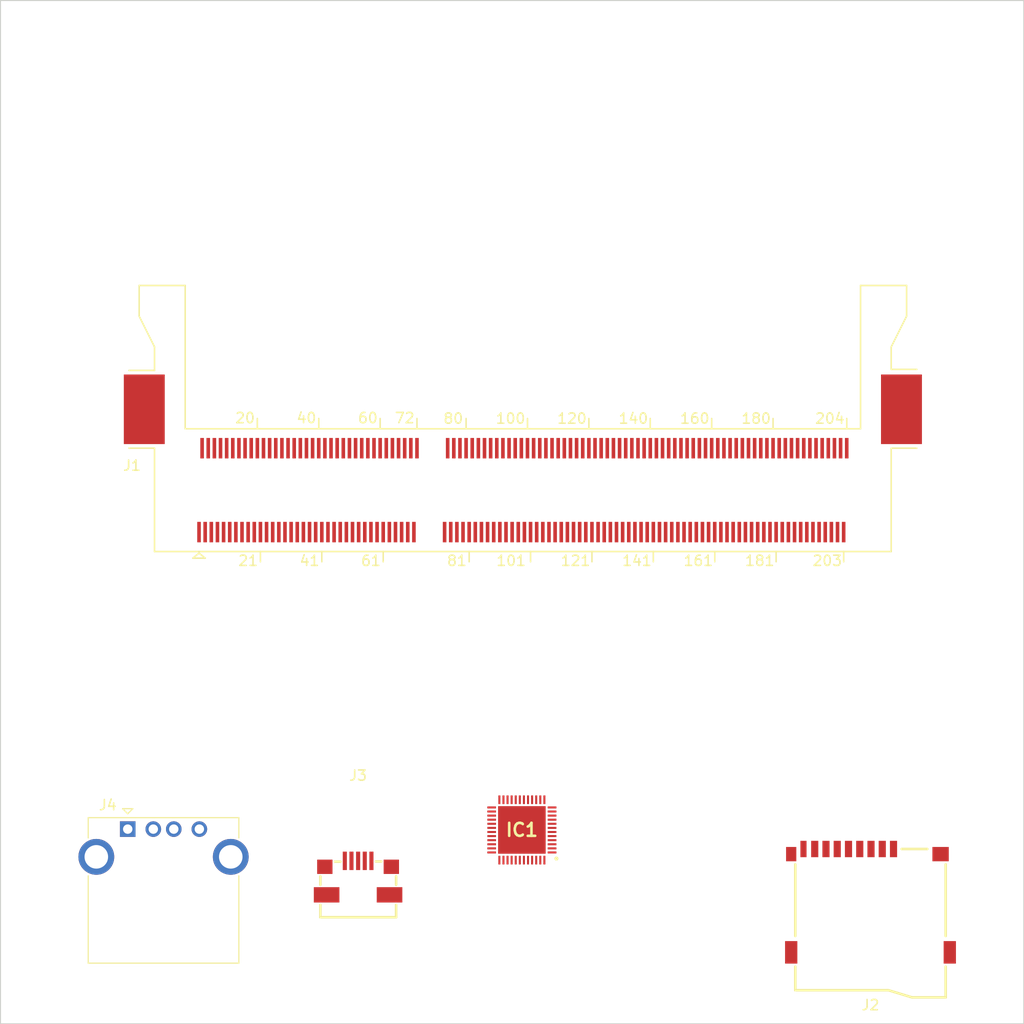
<source format=kicad_pcb>
(kicad_pcb (version 20171130) (host pcbnew "(5.1.10-1-10_14)")

  (general
    (thickness 1.6)
    (drawings 4)
    (tracks 0)
    (zones 0)
    (modules 5)
    (nets 169)
  )

  (page A4)
  (layers
    (0 F.Cu signal)
    (31 B.Cu signal)
    (32 B.Adhes user)
    (33 F.Adhes user)
    (34 B.Paste user)
    (35 F.Paste user)
    (36 B.SilkS user)
    (37 F.SilkS user)
    (38 B.Mask user)
    (39 F.Mask user)
    (40 Dwgs.User user)
    (41 Cmts.User user)
    (42 Eco1.User user)
    (43 Eco2.User user)
    (44 Edge.Cuts user)
    (45 Margin user)
    (46 B.CrtYd user)
    (47 F.CrtYd user)
    (48 B.Fab user)
    (49 F.Fab user)
  )

  (setup
    (last_trace_width 0.25)
    (user_trace_width 0.2)
    (user_trace_width 0.85)
    (trace_clearance 0.2)
    (zone_clearance 0.508)
    (zone_45_only no)
    (trace_min 0.2)
    (via_size 0.8)
    (via_drill 0.4)
    (via_min_size 0.4)
    (via_min_drill 0.3)
    (uvia_size 0.3)
    (uvia_drill 0.1)
    (uvias_allowed no)
    (uvia_min_size 0.2)
    (uvia_min_drill 0.1)
    (edge_width 0.05)
    (segment_width 0.2)
    (pcb_text_width 0.3)
    (pcb_text_size 1.5 1.5)
    (mod_edge_width 0.12)
    (mod_text_size 1 1)
    (mod_text_width 0.15)
    (pad_size 1.524 1.524)
    (pad_drill 0.762)
    (pad_to_mask_clearance 0)
    (aux_axis_origin 0 0)
    (visible_elements FFFFFF7F)
    (pcbplotparams
      (layerselection 0x010fc_ffffffff)
      (usegerberextensions false)
      (usegerberattributes true)
      (usegerberadvancedattributes true)
      (creategerberjobfile true)
      (excludeedgelayer true)
      (linewidth 0.100000)
      (plotframeref false)
      (viasonmask false)
      (mode 1)
      (useauxorigin false)
      (hpglpennumber 1)
      (hpglpenspeed 20)
      (hpglpendiameter 15.000000)
      (psnegative false)
      (psa4output false)
      (plotreference true)
      (plotvalue true)
      (plotinvisibletext false)
      (padsonsilk false)
      (subtractmaskfromsilk false)
      (outputformat 1)
      (mirror false)
      (drillshape 1)
      (scaleselection 1)
      (outputdirectory ""))
  )

  (net 0 "")
  (net 1 "Net-(J1-Pad187)")
  (net 2 VCC)
  (net 3 GND)
  (net 4 AIN0)
  (net 5 AIN2)
  (net 6 AIN3)
  (net 7 AIN1)
  (net 8 AIN6)
  (net 9 AIN5)
  (net 10 AIN4)
  (net 11 AIN7)
  (net 12 TMS)
  (net 13 MCASP0_AHCLKR)
  (net 14 MCASP0_AXR0)
  (net 15 MCASP0_FSR)
  (net 16 MCASP0_AXR1)
  (net 17 EMU0)
  (net 18 XDMA_EVENT_INTR1)
  (net 19 SPI0_CS1)
  (net 20 I2C0_SCL)
  (net 21 UART1_TXD)
  (net 22 UART1_RXD)
  (net 23 UART0_RXD)
  (net 24 UART0_TXD)
  (net 25 USB1_DRVVBUS)
  (net 26 USB0_DRVVBUS)
  (net 27 MMC0_DAT1)
  (net 28 MMC0_CLK)
  (net 29 MMC0_DAT0)
  (net 30 MII1_RX_ER)
  (net 31 MII1_COL)
  (net 32 MII1_TXD0)
  (net 33 MII1_TXD1)
  (net 34 MII1_CRS)
  (net 35 MII1_TXD2)
  (net 36 MII1_RXD1)
  (net 37 MII1_RXD2)
  (net 38 MII1_RXD0)
  (net 39 MDC)
  (net 40 MDIO)
  (net 41 USB0_CE)
  (net 42 USB0_ID)
  (net 43 USB0_VBUS)
  (net 44 USB1_VBUS)
  (net 45 GPMC_BEn1)
  (net 46 GPMC_A10)
  (net 47 GPMC_A7)
  (net 48 GPMC_A1)
  (net 49 GPMC_A3)
  (net 50 GPMC_A0)
  (net 51 GPMC_AD12)
  (net 52 GPMC_AD13)
  (net 53 GPMC_AD10)
  (net 54 GPMC_AD9)
  (net 55 GPMC_AD8)
  (net 56 LCD_DATA15)
  (net 57 LCD_HSYNC)
  (net 58 LCD_DATA7)
  (net 59 LCD_DATA3)
  (net 60 LCD_DATA6)
  (net 61 LCD_DATA2)
  (net 62 LCD_DATA5)
  (net 63 LCD_DATA8)
  (net 64 VREFP)
  (net 65 VDDS_RTC)
  (net 66 EXT_WAKEUP)
  (net 67 RTC_PWRONRSTn)
  (net 68 PMIC_POWER_EN)
  (net 69 WARMRSTn)
  (net 70 TRSTn)
  (net 71 TDO)
  (net 72 TDI)
  (net 73 TCK)
  (net 74 MCASP0_ACLKR)
  (net 75 MCASP0_ACLKX)
  (net 76 MCASP0_FSX)
  (net 77 MCASP0_AHCLKX)
  (net 78 EMU1)
  (net 79 SPI0_CS0)
  (net 80 SPI0_D1)
  (net 81 SPI0_SCLK)
  (net 82 SPI0_D0)
  (net 83 I2C0_SDA)
  (net 84 EXTINTn)
  (net 85 ECAP0_IN_PWM0_OUT)
  (net 86 UART1_RTSn)
  (net 87 UART1_CTSn)
  (net 88 UART0_RTSn)
  (net 89 MMC0_DAT3)
  (net 90 MMC0_DAT2)
  (net 91 MMC0_CMD)
  (net 92 RMII1_REF_CLK)
  (net 93 MII1_TX_EN)
  (net 94 MII1_TXD3)
  (net 95 MII1_TX_CLK)
  (net 96 MII1_RX_DV)
  (net 97 MII1_RX_CLK)
  (net 98 MII1_RXD3)
  (net 99 USB0_DM)
  (net 100 USB0_DP)
  (net 101 USB1_CE)
  (net 102 USB1_ID)
  (net 103 USB1_DM)
  (net 104 USB1_DP)
  (net 105 GPMC_A11)
  (net 106 GPMC_A9)
  (net 107 GPMC_A8)
  (net 108 GPMC_A6)
  (net 109 GPMC_A5)
  (net 110 GPMC_A2)
  (net 111 GPMC_AD15)
  (net 112 GPMC_AD14)
  (net 113 GPMC_AD11)
  (net 114 GPMC_CLK)
  (net 115 LCD_DATA9)
  (net 116 LCD_DATA12)
  (net 117 LCD_DATA10)
  (net 118 LCD_DATA13)
  (net 119 LCD_DATA11)
  (net 120 LCD_DATA14)
  (net 121 LCD_VSYNC)
  (net 122 LCD_PCLK)
  (net 123 LCD_DATA1)
  (net 124 LCD_DATA0)
  (net 125 LCD_DATA4)
  (net 126 "Net-(IC1-Pad49)")
  (net 127 "Net-(IC1-Pad48)")
  (net 128 "Net-(IC1-Pad47)")
  (net 129 "Net-(IC1-Pad46)")
  (net 130 "Net-(IC1-Pad45)")
  (net 131 "Net-(IC1-Pad44)")
  (net 132 "Net-(IC1-Pad43)")
  (net 133 "Net-(IC1-Pad42)")
  (net 134 "Net-(IC1-Pad41)")
  (net 135 "Net-(IC1-Pad40)")
  (net 136 "Net-(IC1-Pad39)")
  (net 137 "Net-(IC1-Pad38)")
  (net 138 "Net-(IC1-Pad37)")
  (net 139 "Net-(IC1-Pad36)")
  (net 140 "Net-(IC1-Pad35)")
  (net 141 "Net-(IC1-Pad34)")
  (net 142 "Net-(IC1-Pad33)")
  (net 143 "Net-(IC1-Pad32)")
  (net 144 "Net-(IC1-Pad31)")
  (net 145 "Net-(IC1-Pad30)")
  (net 146 "Net-(IC1-Pad29)")
  (net 147 "Net-(IC1-Pad28)")
  (net 148 "Net-(IC1-Pad21)")
  (net 149 "Net-(IC1-Pad20)")
  (net 150 "Net-(IC1-Pad19)")
  (net 151 "Net-(IC1-Pad15)")
  (net 152 "Net-(IC1-Pad12)")
  (net 153 "Net-(IC1-Pad11)")
  (net 154 "Net-(IC1-Pad10)")
  (net 155 "Net-(IC1-Pad9)")
  (net 156 "Net-(IC1-Pad8)")
  (net 157 "Net-(IC1-Pad7)")
  (net 158 "Net-(IC1-Pad6)")
  (net 159 "Net-(IC1-Pad5)")
  (net 160 "Net-(IC1-Pad4)")
  (net 161 "Net-(IC1-Pad3)")
  (net 162 "Net-(IC1-Pad2)")
  (net 163 "Net-(IC1-Pad1)")
  (net 164 GPMC_A4)
  (net 165 LCD_AC_BIAS_EN)
  (net 166 "Net-(J2-Pad4)")
  (net 167 "Net-(J3-Pad1)")
  (net 168 "Net-(J4-Pad1)")

  (net_class Default "This is the default net class."
    (clearance 0.2)
    (trace_width 0.25)
    (via_dia 0.8)
    (via_drill 0.4)
    (uvia_dia 0.3)
    (uvia_drill 0.1)
    (add_net AIN0)
    (add_net AIN1)
    (add_net AIN2)
    (add_net AIN3)
    (add_net AIN4)
    (add_net AIN5)
    (add_net AIN6)
    (add_net AIN7)
    (add_net ECAP0_IN_PWM0_OUT)
    (add_net EMU0)
    (add_net EMU1)
    (add_net EXTINTn)
    (add_net EXT_WAKEUP)
    (add_net GND)
    (add_net GPMC_A0)
    (add_net GPMC_A1)
    (add_net GPMC_A10)
    (add_net GPMC_A11)
    (add_net GPMC_A2)
    (add_net GPMC_A3)
    (add_net GPMC_A4)
    (add_net GPMC_A5)
    (add_net GPMC_A6)
    (add_net GPMC_A7)
    (add_net GPMC_A8)
    (add_net GPMC_A9)
    (add_net GPMC_AD10)
    (add_net GPMC_AD11)
    (add_net GPMC_AD12)
    (add_net GPMC_AD13)
    (add_net GPMC_AD14)
    (add_net GPMC_AD15)
    (add_net GPMC_AD8)
    (add_net GPMC_AD9)
    (add_net GPMC_BEn1)
    (add_net GPMC_CLK)
    (add_net I2C0_SCL)
    (add_net I2C0_SDA)
    (add_net LCD_AC_BIAS_EN)
    (add_net LCD_DATA0)
    (add_net LCD_DATA1)
    (add_net LCD_DATA10)
    (add_net LCD_DATA11)
    (add_net LCD_DATA12)
    (add_net LCD_DATA13)
    (add_net LCD_DATA14)
    (add_net LCD_DATA15)
    (add_net LCD_DATA2)
    (add_net LCD_DATA3)
    (add_net LCD_DATA4)
    (add_net LCD_DATA5)
    (add_net LCD_DATA6)
    (add_net LCD_DATA7)
    (add_net LCD_DATA8)
    (add_net LCD_DATA9)
    (add_net LCD_HSYNC)
    (add_net LCD_PCLK)
    (add_net LCD_VSYNC)
    (add_net MCASP0_ACLKR)
    (add_net MCASP0_ACLKX)
    (add_net MCASP0_AHCLKR)
    (add_net MCASP0_AHCLKX)
    (add_net MCASP0_AXR0)
    (add_net MCASP0_AXR1)
    (add_net MCASP0_FSR)
    (add_net MCASP0_FSX)
    (add_net MDC)
    (add_net MDIO)
    (add_net MII1_COL)
    (add_net MII1_CRS)
    (add_net MII1_RXD0)
    (add_net MII1_RXD1)
    (add_net MII1_RXD2)
    (add_net MII1_RXD3)
    (add_net MII1_RX_CLK)
    (add_net MII1_RX_DV)
    (add_net MII1_RX_ER)
    (add_net MII1_TXD0)
    (add_net MII1_TXD1)
    (add_net MII1_TXD2)
    (add_net MII1_TXD3)
    (add_net MII1_TX_CLK)
    (add_net MII1_TX_EN)
    (add_net MMC0_CLK)
    (add_net MMC0_CMD)
    (add_net MMC0_DAT0)
    (add_net MMC0_DAT1)
    (add_net MMC0_DAT2)
    (add_net MMC0_DAT3)
    (add_net "Net-(IC1-Pad1)")
    (add_net "Net-(IC1-Pad10)")
    (add_net "Net-(IC1-Pad11)")
    (add_net "Net-(IC1-Pad12)")
    (add_net "Net-(IC1-Pad15)")
    (add_net "Net-(IC1-Pad19)")
    (add_net "Net-(IC1-Pad2)")
    (add_net "Net-(IC1-Pad20)")
    (add_net "Net-(IC1-Pad21)")
    (add_net "Net-(IC1-Pad28)")
    (add_net "Net-(IC1-Pad29)")
    (add_net "Net-(IC1-Pad3)")
    (add_net "Net-(IC1-Pad30)")
    (add_net "Net-(IC1-Pad31)")
    (add_net "Net-(IC1-Pad32)")
    (add_net "Net-(IC1-Pad33)")
    (add_net "Net-(IC1-Pad34)")
    (add_net "Net-(IC1-Pad35)")
    (add_net "Net-(IC1-Pad36)")
    (add_net "Net-(IC1-Pad37)")
    (add_net "Net-(IC1-Pad38)")
    (add_net "Net-(IC1-Pad39)")
    (add_net "Net-(IC1-Pad4)")
    (add_net "Net-(IC1-Pad40)")
    (add_net "Net-(IC1-Pad41)")
    (add_net "Net-(IC1-Pad42)")
    (add_net "Net-(IC1-Pad43)")
    (add_net "Net-(IC1-Pad44)")
    (add_net "Net-(IC1-Pad45)")
    (add_net "Net-(IC1-Pad46)")
    (add_net "Net-(IC1-Pad47)")
    (add_net "Net-(IC1-Pad48)")
    (add_net "Net-(IC1-Pad49)")
    (add_net "Net-(IC1-Pad5)")
    (add_net "Net-(IC1-Pad6)")
    (add_net "Net-(IC1-Pad7)")
    (add_net "Net-(IC1-Pad8)")
    (add_net "Net-(IC1-Pad9)")
    (add_net "Net-(J1-Pad187)")
    (add_net "Net-(J2-Pad4)")
    (add_net "Net-(J3-Pad1)")
    (add_net "Net-(J4-Pad1)")
    (add_net PMIC_POWER_EN)
    (add_net RMII1_REF_CLK)
    (add_net RTC_PWRONRSTn)
    (add_net SPI0_CS0)
    (add_net SPI0_CS1)
    (add_net SPI0_D0)
    (add_net SPI0_D1)
    (add_net SPI0_SCLK)
    (add_net TCK)
    (add_net TDI)
    (add_net TDO)
    (add_net TMS)
    (add_net TRSTn)
    (add_net UART0_RTSn)
    (add_net UART0_RXD)
    (add_net UART0_TXD)
    (add_net UART1_CTSn)
    (add_net UART1_RTSn)
    (add_net UART1_RXD)
    (add_net UART1_TXD)
    (add_net USB0_CE)
    (add_net USB0_DM)
    (add_net USB0_DP)
    (add_net USB0_DRVVBUS)
    (add_net USB0_ID)
    (add_net USB0_VBUS)
    (add_net USB1_CE)
    (add_net USB1_DM)
    (add_net USB1_DP)
    (add_net USB1_DRVVBUS)
    (add_net USB1_ID)
    (add_net USB1_VBUS)
    (add_net VCC)
    (add_net VDDS_RTC)
    (add_net VREFP)
    (add_net WARMRSTn)
    (add_net XDMA_EVENT_INTR1)
  )

  (module Connector_USB:USB_A_CONNFLY_DS1095-WNR0 (layer F.Cu) (tedit 5E39FFBD) (tstamp 60B31289)
    (at 112.4331 130.98018)
    (descr http://www.connfly.com/userfiles/image/UpLoadFile/File/2013/5/6/DS1095.pdf)
    (tags "USB-A receptacle horizontal through-hole")
    (path /60B42247/60B4C18D)
    (fp_text reference J4 (at -1.95 -2.35) (layer F.SilkS)
      (effects (font (size 1 1) (thickness 0.15)))
    )
    (fp_text value USB_A (at 3.5 7) (layer F.Fab)
      (effects (font (size 1 1) (thickness 0.15)))
    )
    (fp_line (start 0.5 -2) (end -0.5 -2) (layer F.SilkS) (width 0.12))
    (fp_line (start 0 -1.5) (end 0.5 -2) (layer F.SilkS) (width 0.12))
    (fp_line (start -0.5 -2) (end 0 -1.5) (layer F.SilkS) (width 0.12))
    (fp_line (start 10.86 0.86) (end 10.86 -1.12) (layer F.SilkS) (width 0.12))
    (fp_line (start -3.86 -1.12) (end -3.86 0.86) (layer F.SilkS) (width 0.12))
    (fp_line (start -3.86 -1.12) (end 10.86 -1.12) (layer F.SilkS) (width 0.12))
    (fp_line (start 10.86 4.56) (end 10.86 13.1) (layer F.SilkS) (width 0.12))
    (fp_line (start -3.86 13.1) (end 10.86 13.1) (layer F.SilkS) (width 0.12))
    (fp_line (start -3.86 4.56) (end -3.86 13.1) (layer F.SilkS) (width 0.12))
    (fp_line (start -5.32 -1.51) (end 12.32 -1.51) (layer F.CrtYd) (width 0.05))
    (fp_line (start 12.32 -1.51) (end 12.32 13.49) (layer F.CrtYd) (width 0.05))
    (fp_line (start 12.32 13.49) (end -5.32 13.49) (layer F.CrtYd) (width 0.05))
    (fp_line (start -5.32 -1.51) (end -5.32 13.49) (layer F.CrtYd) (width 0.05))
    (fp_line (start -2.87 -1.01) (end -3.75 -0.13) (layer F.Fab) (width 0.1))
    (fp_line (start -3.75 12.99) (end 10.75 12.99) (layer F.Fab) (width 0.1))
    (fp_line (start -2.87 -1.01) (end 10.75 -1.01) (layer F.Fab) (width 0.1))
    (fp_line (start 10.75 -1.01) (end 10.75 12.99) (layer F.Fab) (width 0.1))
    (fp_line (start -3.75 -0.13) (end -3.75 12.99) (layer F.Fab) (width 0.1))
    (fp_text user %R (at 3.5 5) (layer F.Fab)
      (effects (font (size 1 1) (thickness 0.15)))
    )
    (pad 4 thru_hole circle (at 7 0) (size 1.524 1.524) (drill 0.92) (layers *.Cu *.Mask)
      (net 3 GND))
    (pad 3 thru_hole circle (at 4.5 0) (size 1.524 1.524) (drill 0.92) (layers *.Cu *.Mask)
      (net 104 USB1_DP))
    (pad 2 thru_hole circle (at 2.5 0) (size 1.524 1.524) (drill 0.92) (layers *.Cu *.Mask)
      (net 103 USB1_DM))
    (pad 1 thru_hole rect (at 0 0) (size 1.524 1.524) (drill 0.92) (layers *.Cu *.Mask)
      (net 168 "Net-(J4-Pad1)"))
    (pad 5 thru_hole circle (at -3.07 2.71) (size 3.5 3.5) (drill 2.3) (layers *.Cu *.Mask)
      (net 3 GND))
    (pad 5 thru_hole circle (at 10.07 2.71) (size 3.5 3.5) (drill 2.3) (layers *.Cu *.Mask)
      (net 3 GND))
    (model ${KISYS3DMOD}/Connector_USB.3dshapes/USB_A_CONNFLY_DS1095-WNR0.wrl
      (at (xyz 0 0 0))
      (scale (xyz 1 1 1))
      (rotate (xyz 0 0 0))
    )
  )

  (module mybays_connector:MICRO-USB_MICRO-USB-17 (layer F.Cu) (tedit 600B1662) (tstamp 60B3126C)
    (at 134.94512 135.74268 180)
    (path /60B42247/60B52A08)
    (fp_text reference J3 (at 0 10) (layer F.SilkS)
      (effects (font (size 1 1) (thickness 0.15)))
    )
    (fp_text value microusb (at 0 0) (layer F.Fab)
      (effects (font (size 1 1) (thickness 0.15)))
    )
    (fp_line (start 3.685032 -0.679323) (end 3.685032 0.149225) (layer F.SilkS) (width 0.254))
    (fp_line (start 3.685032 -3.850005) (end 3.685032 -2.641727) (layer F.SilkS) (width 0.254))
    (fp_line (start 1.727556 1.580007) (end 2.268855 1.580007) (layer F.SilkS) (width 0.254))
    (fp_line (start -2.268855 1.599565) (end -1.735684 1.599565) (layer F.SilkS) (width 0.254))
    (fp_line (start -3.715004 -0.679323) (end -3.715004 0.149225) (layer F.SilkS) (width 0.254))
    (fp_line (start -3.715004 -3.850005) (end -3.715004 -2.641727) (layer F.SilkS) (width 0.254))
    (fp_line (start -3.715004 -3.850005) (end 3.685032 -3.850005) (layer F.SilkS) (width 0.254))
    (pad 0 smd rect (at 3.24993 1.080516 180) (size 1.499997 1.400048) (layers F.Cu F.Paste F.Mask)
      (net 3 GND))
    (pad 0 smd rect (at -3.24993 1.080516 180) (size 1.499997 1.400048) (layers F.Cu F.Paste F.Mask)
      (net 3 GND))
    (pad 0 smd rect (at 3.074922 -1.660398) (size 2.5 1.499997) (layers F.Cu F.Paste F.Mask)
      (net 3 GND))
    (pad 0 smd rect (at -3.074922 -1.660398 90) (size 1.499997 2.5) (layers F.Cu F.Paste F.Mask)
      (net 3 GND))
    (pad 1 smd rect (at 1.296416 1.660652 270) (size 1.799996 0.399999) (layers F.Cu F.Paste F.Mask)
      (net 167 "Net-(J3-Pad1)"))
    (pad 2 smd rect (at 0.646176 1.660652 270) (size 1.799996 0.399999) (layers F.Cu F.Paste F.Mask)
      (net 99 USB0_DM))
    (pad 3 smd rect (at -0.004064 1.660652 270) (size 1.799996 0.399999) (layers F.Cu F.Paste F.Mask)
      (net 100 USB0_DP))
    (pad 4 smd rect (at -0.654304 1.660652 270) (size 1.799996 0.399999) (layers F.Cu F.Paste F.Mask)
      (net 42 USB0_ID))
    (pad 5 smd rect (at -1.304544 1.660652 270) (size 1.799996 0.399999) (layers F.Cu F.Paste F.Mask)
      (net 3 GND))
    (pad "" np_thru_hole circle (at 1.9939 0.999236 180) (size 0.700024 0.700024) (drill 0.700024) (layers *.Cu *.Mask))
    (pad "" np_thru_hole circle (at -2.00406 0.999236 180) (size 0.700024 0.700024) (drill 0.700024) (layers *.Cu *.Mask))
  )

  (module mybays_connector:TFCARD (layer F.Cu) (tedit 600CFF9D) (tstamp 60B305B2)
    (at 185.02376 138.17346)
    (path /60B42247/60B42B2A)
    (fp_text reference J2 (at 0 10) (layer F.SilkS)
      (effects (font (size 1 1) (thickness 0.15)))
    )
    (fp_text value Micro_SD_Card (at 0 0) (layer F.Fab)
      (effects (font (size 1 1) (thickness 0.15)))
    )
    (fp_line (start -7.349998 3.24993) (end -7.349998 -3.750056) (layer F.SilkS) (width 0.254))
    (fp_line (start 7.349998 9.249918) (end 7.349998 6.249924) (layer F.SilkS) (width 0.254))
    (fp_line (start 4.05003 9.249918) (end 7.349998 9.249918) (layer F.SilkS) (width 0.254))
    (fp_line (start 1.75006 8.549894) (end 4.05003 9.249918) (layer F.SilkS) (width 0.254))
    (fp_line (start -7.349998 8.549894) (end 1.75006 8.549894) (layer F.SilkS) (width 0.254))
    (fp_line (start -7.349998 6.249924) (end -7.349998 8.549894) (layer F.SilkS) (width 0.254))
    (fp_line (start 7.349998 3.24993) (end 7.349998 -3.750056) (layer F.SilkS) (width 0.254))
    (fp_line (start 3.050032 -5.249926) (end 5.5499 -5.249926) (layer F.SilkS) (width 0.254))
    (pad 15 np_thru_hole circle (at -4.949952 5.249926) (size 0.94996 0.94996) (drill oval 0.94996) (layers *.Cu *.Mask))
    (pad 14 np_thru_hole circle (at 3.050032 5.249926) (size 0.94996 0.94996) (drill oval 0.94996) (layers *.Cu *.Mask))
    (pad 0 smd rect (at 6.850126 -4.750054) (size 1.599946 1.400048) (layers F.Cu F.Paste F.Mask))
    (pad 0 smd rect (at 7.750048 4.849876 90) (size 2.199894 1.199896) (layers F.Cu F.Paste F.Mask))
    (pad 0 smd rect (at -7.750048 4.849876 90) (size 2.199894 1.199896) (layers F.Cu F.Paste F.Mask))
    (pad 0 smd rect (at -7.750048 -4.750054 90) (size 1.400048 0.999998) (layers F.Cu F.Paste F.Mask))
    (pad 9 smd rect (at -6.549898 -5.249926 90) (size 1.599946 0.599948) (layers F.Cu F.Paste F.Mask)
      (net 3 GND))
    (pad 8 smd rect (at -5.450078 -5.249926 90) (size 1.599946 0.700024) (layers F.Cu F.Paste F.Mask)
      (net 27 MMC0_DAT1))
    (pad 7 smd rect (at -4.350004 -5.249926 90) (size 1.599946 0.700024) (layers F.Cu F.Paste F.Mask)
      (net 29 MMC0_DAT0))
    (pad 6 smd rect (at -3.24993 -5.249926 90) (size 1.599946 0.700024) (layers F.Cu F.Paste F.Mask)
      (net 3 GND))
    (pad 5 smd rect (at -2.15011 -5.249926 90) (size 1.599946 0.700024) (layers F.Cu F.Paste F.Mask)
      (net 28 MMC0_CLK))
    (pad 4 smd rect (at -1.050036 -5.249926 90) (size 1.599946 0.700024) (layers F.Cu F.Paste F.Mask)
      (net 166 "Net-(J2-Pad4)"))
    (pad 3 smd rect (at 0.050038 -5.249926 90) (size 1.599946 0.700024) (layers F.Cu F.Paste F.Mask)
      (net 91 MMC0_CMD))
    (pad 2 smd rect (at 1.150112 -5.249926 90) (size 1.599946 0.700024) (layers F.Cu F.Paste F.Mask)
      (net 89 MMC0_DAT3))
    (pad 1 smd rect (at 2.249932 -5.249926 90) (size 1.599946 0.700024) (layers F.Cu F.Paste F.Mask)
      (net 90 MMC0_DAT2))
  )

  (module mybays:QFN40P600X600X100-49N (layer F.Cu) (tedit 0) (tstamp 60ABC526)
    (at 150.95296 131.0604 180)
    (descr G3VM-61B1)
    (tags "Integrated Circuit")
    (path /60ABBC64/60AC58E6)
    (attr smd)
    (fp_text reference IC1 (at 0 0) (layer F.SilkS)
      (effects (font (size 1.27 1.27) (thickness 0.254)))
    )
    (fp_text value RTL8211E-VB-CG (at 0 0) (layer F.SilkS) hide
      (effects (font (size 1.27 1.27) (thickness 0.254)))
    )
    (fp_line (start -3.625 -3.625) (end 3.625 -3.625) (layer F.CrtYd) (width 0.05))
    (fp_line (start 3.625 -3.625) (end 3.625 3.625) (layer F.CrtYd) (width 0.05))
    (fp_line (start 3.625 3.625) (end -3.625 3.625) (layer F.CrtYd) (width 0.05))
    (fp_line (start -3.625 3.625) (end -3.625 -3.625) (layer F.CrtYd) (width 0.05))
    (fp_line (start -3 -3) (end 3 -3) (layer F.Fab) (width 0.1))
    (fp_line (start 3 -3) (end 3 3) (layer F.Fab) (width 0.1))
    (fp_line (start 3 3) (end -3 3) (layer F.Fab) (width 0.1))
    (fp_line (start -3 3) (end -3 -3) (layer F.Fab) (width 0.1))
    (fp_line (start -3 -2.6) (end -2.6 -3) (layer F.Fab) (width 0.1))
    (fp_circle (center -3.375 -2.8) (end -3.375 -2.7) (layer F.SilkS) (width 0.2))
    (fp_text user %R (at 0 0) (layer F.Fab)
      (effects (font (size 1.27 1.27) (thickness 0.254)))
    )
    (pad 49 smd rect (at 0 0 180) (size 4.65 4.65) (layers F.Cu F.Paste F.Mask)
      (net 126 "Net-(IC1-Pad49)"))
    (pad 48 smd rect (at -2.2 -2.95 180) (size 0.2 0.85) (layers F.Cu F.Paste F.Mask)
      (net 127 "Net-(IC1-Pad48)"))
    (pad 47 smd rect (at -1.8 -2.95 180) (size 0.2 0.85) (layers F.Cu F.Paste F.Mask)
      (net 128 "Net-(IC1-Pad47)"))
    (pad 46 smd rect (at -1.4 -2.95 180) (size 0.2 0.85) (layers F.Cu F.Paste F.Mask)
      (net 129 "Net-(IC1-Pad46)"))
    (pad 45 smd rect (at -1 -2.95 180) (size 0.2 0.85) (layers F.Cu F.Paste F.Mask)
      (net 130 "Net-(IC1-Pad45)"))
    (pad 44 smd rect (at -0.6 -2.95 180) (size 0.2 0.85) (layers F.Cu F.Paste F.Mask)
      (net 131 "Net-(IC1-Pad44)"))
    (pad 43 smd rect (at -0.2 -2.95 180) (size 0.2 0.85) (layers F.Cu F.Paste F.Mask)
      (net 132 "Net-(IC1-Pad43)"))
    (pad 42 smd rect (at 0.2 -2.95 180) (size 0.2 0.85) (layers F.Cu F.Paste F.Mask)
      (net 133 "Net-(IC1-Pad42)"))
    (pad 41 smd rect (at 0.6 -2.95 180) (size 0.2 0.85) (layers F.Cu F.Paste F.Mask)
      (net 134 "Net-(IC1-Pad41)"))
    (pad 40 smd rect (at 1 -2.95 180) (size 0.2 0.85) (layers F.Cu F.Paste F.Mask)
      (net 135 "Net-(IC1-Pad40)"))
    (pad 39 smd rect (at 1.4 -2.95 180) (size 0.2 0.85) (layers F.Cu F.Paste F.Mask)
      (net 136 "Net-(IC1-Pad39)"))
    (pad 38 smd rect (at 1.8 -2.95 180) (size 0.2 0.85) (layers F.Cu F.Paste F.Mask)
      (net 137 "Net-(IC1-Pad38)"))
    (pad 37 smd rect (at 2.2 -2.95 180) (size 0.2 0.85) (layers F.Cu F.Paste F.Mask)
      (net 138 "Net-(IC1-Pad37)"))
    (pad 36 smd rect (at 2.95 -2.2 270) (size 0.2 0.85) (layers F.Cu F.Paste F.Mask)
      (net 139 "Net-(IC1-Pad36)"))
    (pad 35 smd rect (at 2.95 -1.8 270) (size 0.2 0.85) (layers F.Cu F.Paste F.Mask)
      (net 140 "Net-(IC1-Pad35)"))
    (pad 34 smd rect (at 2.95 -1.4 270) (size 0.2 0.85) (layers F.Cu F.Paste F.Mask)
      (net 141 "Net-(IC1-Pad34)"))
    (pad 33 smd rect (at 2.95 -1 270) (size 0.2 0.85) (layers F.Cu F.Paste F.Mask)
      (net 142 "Net-(IC1-Pad33)"))
    (pad 32 smd rect (at 2.95 -0.6 270) (size 0.2 0.85) (layers F.Cu F.Paste F.Mask)
      (net 143 "Net-(IC1-Pad32)"))
    (pad 31 smd rect (at 2.95 -0.2 270) (size 0.2 0.85) (layers F.Cu F.Paste F.Mask)
      (net 144 "Net-(IC1-Pad31)"))
    (pad 30 smd rect (at 2.95 0.2 270) (size 0.2 0.85) (layers F.Cu F.Paste F.Mask)
      (net 145 "Net-(IC1-Pad30)"))
    (pad 29 smd rect (at 2.95 0.6 270) (size 0.2 0.85) (layers F.Cu F.Paste F.Mask)
      (net 146 "Net-(IC1-Pad29)"))
    (pad 28 smd rect (at 2.95 1 270) (size 0.2 0.85) (layers F.Cu F.Paste F.Mask)
      (net 147 "Net-(IC1-Pad28)"))
    (pad 27 smd rect (at 2.95 1.4 270) (size 0.2 0.85) (layers F.Cu F.Paste F.Mask)
      (net 96 MII1_RX_DV))
    (pad 26 smd rect (at 2.95 1.8 270) (size 0.2 0.85) (layers F.Cu F.Paste F.Mask)
      (net 98 MII1_RXD3))
    (pad 25 smd rect (at 2.95 2.2 270) (size 0.2 0.85) (layers F.Cu F.Paste F.Mask)
      (net 37 MII1_RXD2))
    (pad 24 smd rect (at 2.2 2.95 180) (size 0.2 0.85) (layers F.Cu F.Paste F.Mask)
      (net 36 MII1_RXD1))
    (pad 23 smd rect (at 1.8 2.95 180) (size 0.2 0.85) (layers F.Cu F.Paste F.Mask)
      (net 38 MII1_RXD0))
    (pad 22 smd rect (at 1.4 2.95 180) (size 0.2 0.85) (layers F.Cu F.Paste F.Mask)
      (net 95 MII1_TX_CLK))
    (pad 21 smd rect (at 1 2.95 180) (size 0.2 0.85) (layers F.Cu F.Paste F.Mask)
      (net 148 "Net-(IC1-Pad21)"))
    (pad 20 smd rect (at 0.6 2.95 180) (size 0.2 0.85) (layers F.Cu F.Paste F.Mask)
      (net 149 "Net-(IC1-Pad20)"))
    (pad 19 smd rect (at 0.2 2.95 180) (size 0.2 0.85) (layers F.Cu F.Paste F.Mask)
      (net 150 "Net-(IC1-Pad19)"))
    (pad 18 smd rect (at -0.2 2.95 180) (size 0.2 0.85) (layers F.Cu F.Paste F.Mask)
      (net 94 MII1_TXD3))
    (pad 17 smd rect (at -0.6 2.95 180) (size 0.2 0.85) (layers F.Cu F.Paste F.Mask)
      (net 35 MII1_TXD2))
    (pad 16 smd rect (at -1 2.95 180) (size 0.2 0.85) (layers F.Cu F.Paste F.Mask)
      (net 33 MII1_TXD1))
    (pad 15 smd rect (at -1.4 2.95 180) (size 0.2 0.85) (layers F.Cu F.Paste F.Mask)
      (net 151 "Net-(IC1-Pad15)"))
    (pad 14 smd rect (at -1.8 2.95 180) (size 0.2 0.85) (layers F.Cu F.Paste F.Mask)
      (net 32 MII1_TXD0))
    (pad 13 smd rect (at -2.2 2.95 180) (size 0.2 0.85) (layers F.Cu F.Paste F.Mask)
      (net 93 MII1_TX_EN))
    (pad 12 smd rect (at -2.95 2.2 270) (size 0.2 0.85) (layers F.Cu F.Paste F.Mask)
      (net 152 "Net-(IC1-Pad12)"))
    (pad 11 smd rect (at -2.95 1.8 270) (size 0.2 0.85) (layers F.Cu F.Paste F.Mask)
      (net 153 "Net-(IC1-Pad11)"))
    (pad 10 smd rect (at -2.95 1.4 270) (size 0.2 0.85) (layers F.Cu F.Paste F.Mask)
      (net 154 "Net-(IC1-Pad10)"))
    (pad 9 smd rect (at -2.95 1 270) (size 0.2 0.85) (layers F.Cu F.Paste F.Mask)
      (net 155 "Net-(IC1-Pad9)"))
    (pad 8 smd rect (at -2.95 0.6 270) (size 0.2 0.85) (layers F.Cu F.Paste F.Mask)
      (net 156 "Net-(IC1-Pad8)"))
    (pad 7 smd rect (at -2.95 0.2 270) (size 0.2 0.85) (layers F.Cu F.Paste F.Mask)
      (net 157 "Net-(IC1-Pad7)"))
    (pad 6 smd rect (at -2.95 -0.2 270) (size 0.2 0.85) (layers F.Cu F.Paste F.Mask)
      (net 158 "Net-(IC1-Pad6)"))
    (pad 5 smd rect (at -2.95 -0.6 270) (size 0.2 0.85) (layers F.Cu F.Paste F.Mask)
      (net 159 "Net-(IC1-Pad5)"))
    (pad 4 smd rect (at -2.95 -1 270) (size 0.2 0.85) (layers F.Cu F.Paste F.Mask)
      (net 160 "Net-(IC1-Pad4)"))
    (pad 3 smd rect (at -2.95 -1.4 270) (size 0.2 0.85) (layers F.Cu F.Paste F.Mask)
      (net 161 "Net-(IC1-Pad3)"))
    (pad 2 smd rect (at -2.95 -1.8 270) (size 0.2 0.85) (layers F.Cu F.Paste F.Mask)
      (net 162 "Net-(IC1-Pad2)"))
    (pad 1 smd rect (at -2.95 -2.2 270) (size 0.2 0.85) (layers F.Cu F.Paste F.Mask)
      (net 163 "Net-(IC1-Pad1)"))
    (model RTL8211E-VB-CG.stp
      (at (xyz 0 0 0))
      (scale (xyz 1 1 1))
      (rotate (xyz 0 0 0))
    )
  )

  (module sockets2:Socket_SODIMM_DDR3_TE_2013289_Debug (layer F.Cu) (tedit 0) (tstamp 60AA0002)
    (at 151.05126 97.85096)
    (descr "DDR 3 SODIMM Memory Socket - TE P/N 2013289")
    (tags "DDR RAM SODIMM")
    (path /60AB4D0B/60AB4E55)
    (attr smd)
    (fp_text reference J1 (at -38.2 -2.4) (layer F.SilkS)
      (effects (font (size 1 1) (thickness 0.15)))
    )
    (fp_text value SODIMM-204 (at 5.6 -9.2) (layer F.Fab)
      (effects (font (size 1 1) (thickness 0.15)))
    )
    (fp_line (start -33 -20) (end -37.5 -20) (layer F.SilkS) (width 0.15))
    (fp_line (start -33 -6) (end -33 -20) (layer F.SilkS) (width 0.15))
    (fp_line (start 0 -6) (end -33 -6) (layer F.SilkS) (width 0.15))
    (fp_line (start 33 -6) (end 0 -6) (layer F.SilkS) (width 0.15))
    (fp_line (start 33 -20) (end 33 -6) (layer F.SilkS) (width 0.15))
    (fp_line (start 37.5 -20) (end 33 -20) (layer F.SilkS) (width 0.15))
    (fp_line (start 37.5 -17) (end 37.5 -20) (layer F.SilkS) (width 0.15))
    (fp_line (start 36 -14) (end 37.5 -17) (layer F.SilkS) (width 0.15))
    (fp_line (start -36 6) (end 36 6) (layer F.SilkS) (width 0.15))
    (fp_line (start -37.5 -17) (end -36 -14) (layer F.SilkS) (width 0.15))
    (fp_line (start -37.5 -20) (end -37.5 -17) (layer F.SilkS) (width 0.15))
    (fp_line (start -32.25 6.65) (end -31.65 6.15) (layer F.SilkS) (width 0.15))
    (fp_line (start -31.05 6.65) (end -32.25 6.65) (layer F.SilkS) (width 0.15))
    (fp_line (start -31.65 6.15) (end -31.05 6.65) (layer F.SilkS) (width 0.15))
    (fp_line (start -25.95 -6) (end -25.95 -7) (layer F.SilkS) (width 0.15))
    (fp_line (start -36 -4.1) (end -38.5 -4.1) (layer F.SilkS) (width 0.15))
    (fp_line (start -36 -11.7) (end -38.5 -11.7) (layer F.SilkS) (width 0.15))
    (fp_line (start -36 -14) (end -36 -11.7) (layer F.SilkS) (width 0.15))
    (fp_line (start -36 -4.1) (end -36 6) (layer F.SilkS) (width 0.15))
    (fp_line (start 36 -4.1) (end 38.5 -4.1) (layer F.SilkS) (width 0.15))
    (fp_line (start 36 -11.8) (end 38.5 -11.8) (layer F.SilkS) (width 0.15))
    (fp_line (start 36 -14) (end 36 -11.8) (layer F.SilkS) (width 0.15))
    (fp_line (start 36 6) (end 36 -4.1) (layer F.SilkS) (width 0.15))
    (fp_line (start -19.95 -6) (end -19.95 -7) (layer F.SilkS) (width 0.15))
    (fp_line (start -5.55 -6) (end -5.55 -7) (layer F.SilkS) (width 0.15))
    (fp_line (start -10.35 -6) (end -10.35 -7) (layer F.SilkS) (width 0.15))
    (fp_line (start -13.95 -6) (end -13.95 -7) (layer F.SilkS) (width 0.15))
    (fp_line (start 0.45 -6) (end 0.45 -7) (layer F.SilkS) (width 0.15))
    (fp_line (start 6.45 -6) (end 6.45 -7) (layer F.SilkS) (width 0.15))
    (fp_line (start 12.45 -6) (end 12.45 -7) (layer F.SilkS) (width 0.15))
    (fp_line (start 18.45 -6) (end 18.45 -7) (layer F.SilkS) (width 0.15))
    (fp_line (start 24.45 -6) (end 24.45 -7) (layer F.SilkS) (width 0.15))
    (fp_line (start 31.65 -6) (end 31.65 -7) (layer F.SilkS) (width 0.15))
    (fp_line (start 31.35 7) (end 31.35 6) (layer F.SilkS) (width 0.15))
    (fp_line (start 24.75 7) (end 24.75 6) (layer F.SilkS) (width 0.15))
    (fp_line (start 18.75 7) (end 18.75 6) (layer F.SilkS) (width 0.15))
    (fp_line (start 12.75 7) (end 12.75 6) (layer F.SilkS) (width 0.15))
    (fp_line (start 6.75 7) (end 6.75 6) (layer F.SilkS) (width 0.15))
    (fp_line (start 0.75 7) (end 0.75 6) (layer F.SilkS) (width 0.15))
    (fp_line (start -5.25 7) (end -5.25 6) (layer F.SilkS) (width 0.15))
    (fp_line (start -13.65 7) (end -13.65 6) (layer F.SilkS) (width 0.15))
    (fp_line (start -19.65 7) (end -19.65 6) (layer F.SilkS) (width 0.15))
    (fp_line (start -25.65 7) (end -25.65 6) (layer F.SilkS) (width 0.15))
    (fp_text user 20 (at -27.15 -7.05) (layer F.SilkS)
      (effects (font (size 1 1) (thickness 0.15)))
    )
    (fp_text user 40 (at -21.15 -7.05) (layer F.SilkS)
      (effects (font (size 1 1) (thickness 0.15)))
    )
    (fp_text user 60 (at -15.15 -7.05) (layer F.SilkS)
      (effects (font (size 1 1) (thickness 0.15)))
    )
    (fp_text user 72 (at -11.55 -7.05) (layer F.SilkS)
      (effects (font (size 1 1) (thickness 0.15)))
    )
    (fp_text user 80 (at -6.8 -7) (layer F.SilkS)
      (effects (font (size 1 1) (thickness 0.15)))
    )
    (fp_text user 100 (at -1.2 -7) (layer F.SilkS)
      (effects (font (size 1 1) (thickness 0.15)))
    )
    (fp_text user 120 (at 4.8 -7) (layer F.SilkS)
      (effects (font (size 1 1) (thickness 0.15)))
    )
    (fp_text user 140 (at 10.8 -7) (layer F.SilkS)
      (effects (font (size 1 1) (thickness 0.15)))
    )
    (fp_text user 160 (at 16.8 -7) (layer F.SilkS)
      (effects (font (size 1 1) (thickness 0.15)))
    )
    (fp_text user 180 (at 22.8 -7) (layer F.SilkS)
      (effects (font (size 1 1) (thickness 0.15)))
    )
    (fp_text user 204 (at 30 -7) (layer F.SilkS)
      (effects (font (size 1 1) (thickness 0.15)))
    )
    (fp_text user 203 (at 29.75 6.9) (layer F.SilkS)
      (effects (font (size 1 1) (thickness 0.15)))
    )
    (fp_text user 181 (at 23.15 6.9) (layer F.SilkS)
      (effects (font (size 1 1) (thickness 0.15)))
    )
    (fp_text user 161 (at 17.15 6.9) (layer F.SilkS)
      (effects (font (size 1 1) (thickness 0.15)))
    )
    (fp_text user 141 (at 11.15 6.9) (layer F.SilkS)
      (effects (font (size 1 1) (thickness 0.15)))
    )
    (fp_text user 121 (at 5.15 6.9) (layer F.SilkS)
      (effects (font (size 1 1) (thickness 0.15)))
    )
    (fp_text user 101 (at -1.15 6.9) (layer F.SilkS)
      (effects (font (size 1 1) (thickness 0.15)))
    )
    (fp_text user 81 (at -6.45 6.9) (layer F.SilkS)
      (effects (font (size 1 1) (thickness 0.15)))
    )
    (fp_text user 61 (at -14.85 6.9) (layer F.SilkS)
      (effects (font (size 1 1) (thickness 0.15)))
    )
    (fp_text user 41 (at -20.85 6.9) (layer F.SilkS)
      (effects (font (size 1 1) (thickness 0.15)))
    )
    (fp_text user 21 (at -26.85 6.9) (layer F.SilkS)
      (effects (font (size 1 1) (thickness 0.15)))
    )
    (pad 204 smd rect (at 31.65 -4.1) (size 0.35 2) (layers F.Cu F.Paste F.Mask)
      (net 2 VCC))
    (pad 202 smd rect (at 31.05 -4.1) (size 0.35 2) (layers F.Cu F.Paste F.Mask)
      (net 2 VCC))
    (pad 200 smd rect (at 30.45 -4.1) (size 0.35 2) (layers F.Cu F.Paste F.Mask)
      (net 2 VCC))
    (pad 198 smd rect (at 29.85 -4.1) (size 0.35 2) (layers F.Cu F.Paste F.Mask)
      (net 2 VCC))
    (pad 196 smd rect (at 29.25 -4.1) (size 0.35 2) (layers F.Cu F.Paste F.Mask)
      (net 2 VCC))
    (pad 194 smd rect (at 28.65 -4.1) (size 0.35 2) (layers F.Cu F.Paste F.Mask)
      (net 2 VCC))
    (pad 192 smd rect (at 28.05 -4.1) (size 0.35 2) (layers F.Cu F.Paste F.Mask)
      (net 2 VCC))
    (pad 190 smd rect (at 27.45 -4.1) (size 0.35 2) (layers F.Cu F.Paste F.Mask)
      (net 2 VCC))
    (pad 188 smd rect (at 26.85 -4.1) (size 0.35 2) (layers F.Cu F.Paste F.Mask)
      (net 3 GND))
    (pad 186 smd rect (at 26.25 -4.1) (size 0.35 2) (layers F.Cu F.Paste F.Mask)
      (net 4 AIN0))
    (pad 184 smd rect (at 25.65 -4.1) (size 0.35 2) (layers F.Cu F.Paste F.Mask)
      (net 5 AIN2))
    (pad 182 smd rect (at 25.05 -4.1) (size 0.35 2) (layers F.Cu F.Paste F.Mask)
      (net 3 GND))
    (pad 180 smd rect (at 24.45 -4.1) (size 0.35 2) (layers F.Cu F.Paste F.Mask)
      (net 6 AIN3))
    (pad 178 smd rect (at 23.85 -4.1) (size 0.35 2) (layers F.Cu F.Paste F.Mask)
      (net 7 AIN1))
    (pad 176 smd rect (at 23.25 -4.1) (size 0.35 2) (layers F.Cu F.Paste F.Mask)
      (net 3 GND))
    (pad 174 smd rect (at 22.65 -4.1) (size 0.35 2) (layers F.Cu F.Paste F.Mask)
      (net 8 AIN6))
    (pad 172 smd rect (at 22.05 -4.1) (size 0.35 2) (layers F.Cu F.Paste F.Mask)
      (net 9 AIN5))
    (pad 170 smd rect (at 21.45 -4.1) (size 0.35 2) (layers F.Cu F.Paste F.Mask)
      (net 3 GND))
    (pad 168 smd rect (at 20.85 -4.1) (size 0.35 2) (layers F.Cu F.Paste F.Mask)
      (net 10 AIN4))
    (pad 166 smd rect (at 20.25 -4.1) (size 0.35 2) (layers F.Cu F.Paste F.Mask)
      (net 11 AIN7))
    (pad 164 smd rect (at 19.65 -4.1) (size 0.35 2) (layers F.Cu F.Paste F.Mask)
      (net 3 GND))
    (pad 162 smd rect (at 19.05 -4.1) (size 0.35 2) (layers F.Cu F.Paste F.Mask)
      (net 12 TMS))
    (pad 160 smd rect (at 18.45 -4.1) (size 0.35 2) (layers F.Cu F.Paste F.Mask)
      (net 13 MCASP0_AHCLKR))
    (pad 158 smd rect (at 17.85 -4.1) (size 0.35 2) (layers F.Cu F.Paste F.Mask)
      (net 3 GND))
    (pad 156 smd rect (at 17.25 -4.1) (size 0.35 2) (layers F.Cu F.Paste F.Mask)
      (net 14 MCASP0_AXR0))
    (pad 154 smd rect (at 16.65 -4.1) (size 0.35 2) (layers F.Cu F.Paste F.Mask)
      (net 15 MCASP0_FSR))
    (pad 152 smd rect (at 16.05 -4.1) (size 0.35 2) (layers F.Cu F.Paste F.Mask)
      (net 3 GND))
    (pad 150 smd rect (at 15.45 -4.1) (size 0.35 2) (layers F.Cu F.Paste F.Mask)
      (net 16 MCASP0_AXR1))
    (pad 148 smd rect (at 14.85 -4.1) (size 0.35 2) (layers F.Cu F.Paste F.Mask)
      (net 17 EMU0))
    (pad 146 smd rect (at 14.25 -4.1) (size 0.35 2) (layers F.Cu F.Paste F.Mask)
      (net 3 GND))
    (pad 144 smd rect (at 13.65 -4.1) (size 0.35 2) (layers F.Cu F.Paste F.Mask)
      (net 18 XDMA_EVENT_INTR1))
    (pad 142 smd rect (at 13.05 -4.1) (size 0.35 2) (layers F.Cu F.Paste F.Mask)
      (net 19 SPI0_CS1))
    (pad 140 smd rect (at 12.45 -4.1) (size 0.35 2) (layers F.Cu F.Paste F.Mask)
      (net 3 GND))
    (pad 138 smd rect (at 11.85 -4.1) (size 0.35 2) (layers F.Cu F.Paste F.Mask)
      (net 20 I2C0_SCL))
    (pad 136 smd rect (at 11.25 -4.1) (size 0.35 2) (layers F.Cu F.Paste F.Mask)
      (net 21 UART1_TXD))
    (pad 134 smd rect (at 10.65 -4.1) (size 0.35 2) (layers F.Cu F.Paste F.Mask)
      (net 3 GND))
    (pad 132 smd rect (at 10.05 -4.1) (size 0.35 2) (layers F.Cu F.Paste F.Mask)
      (net 22 UART1_RXD))
    (pad 130 smd rect (at 9.45 -4.1) (size 0.35 2) (layers F.Cu F.Paste F.Mask)
      (net 23 UART0_RXD))
    (pad 128 smd rect (at 8.85 -4.1) (size 0.35 2) (layers F.Cu F.Paste F.Mask)
      (net 3 GND))
    (pad 126 smd rect (at 8.25 -4.1) (size 0.35 2) (layers F.Cu F.Paste F.Mask)
      (net 24 UART0_TXD))
    (pad 124 smd rect (at 7.65 -4.1) (size 0.35 2) (layers F.Cu F.Paste F.Mask)
      (net 25 USB1_DRVVBUS))
    (pad 122 smd rect (at 7.05 -4.1) (size 0.35 2) (layers F.Cu F.Paste F.Mask)
      (net 3 GND))
    (pad 120 smd rect (at 6.45 -4.1) (size 0.35 2) (layers F.Cu F.Paste F.Mask)
      (net 26 USB0_DRVVBUS))
    (pad 118 smd rect (at 5.85 -4.1) (size 0.35 2) (layers F.Cu F.Paste F.Mask)
      (net 27 MMC0_DAT1))
    (pad 116 smd rect (at 5.25 -4.1) (size 0.35 2) (layers F.Cu F.Paste F.Mask)
      (net 3 GND))
    (pad 114 smd rect (at 4.65 -4.1) (size 0.35 2) (layers F.Cu F.Paste F.Mask)
      (net 28 MMC0_CLK))
    (pad 112 smd rect (at 4.05 -4.1) (size 0.35 2) (layers F.Cu F.Paste F.Mask)
      (net 29 MMC0_DAT0))
    (pad 110 smd rect (at 3.45 -4.1) (size 0.35 2) (layers F.Cu F.Paste F.Mask)
      (net 3 GND))
    (pad 108 smd rect (at 2.85 -4.1) (size 0.35 2) (layers F.Cu F.Paste F.Mask)
      (net 34 MII1_CRS))
    (pad 106 smd rect (at 2.25 -4.1) (size 0.35 2) (layers F.Cu F.Paste F.Mask)
      (net 31 MII1_COL))
    (pad 104 smd rect (at 1.65 -4.1) (size 0.35 2) (layers F.Cu F.Paste F.Mask)
      (net 3 GND))
    (pad 102 smd rect (at 1.05 -4.1) (size 0.35 2) (layers F.Cu F.Paste F.Mask)
      (net 30 MII1_RX_ER))
    (pad 100 smd rect (at 0.45 -4.1) (size 0.35 2) (layers F.Cu F.Paste F.Mask)
      (net 33 MII1_TXD1))
    (pad 98 smd rect (at -0.15 -4.1) (size 0.35 2) (layers F.Cu F.Paste F.Mask)
      (net 3 GND))
    (pad 96 smd rect (at -0.75 -4.1) (size 0.35 2) (layers F.Cu F.Paste F.Mask)
      (net 32 MII1_TXD0))
    (pad 94 smd rect (at -1.35 -4.1) (size 0.35 2) (layers F.Cu F.Paste F.Mask)
      (net 35 MII1_TXD2))
    (pad 92 smd rect (at -1.95 -4.1) (size 0.35 2) (layers F.Cu F.Paste F.Mask)
      (net 3 GND))
    (pad 90 smd rect (at -2.55 -4.1) (size 0.35 2) (layers F.Cu F.Paste F.Mask)
      (net 36 MII1_RXD1))
    (pad 88 smd rect (at -3.15 -4.1) (size 0.35 2) (layers F.Cu F.Paste F.Mask)
      (net 37 MII1_RXD2))
    (pad 86 smd rect (at -3.75 -4.1) (size 0.35 2) (layers F.Cu F.Paste F.Mask)
      (net 3 GND))
    (pad 84 smd rect (at -4.35 -4.1) (size 0.35 2) (layers F.Cu F.Paste F.Mask)
      (net 38 MII1_RXD0))
    (pad 82 smd rect (at -4.95 -4.1) (size 0.35 2) (layers F.Cu F.Paste F.Mask)
      (net 39 MDC))
    (pad 80 smd rect (at -5.55 -4.1) (size 0.35 2) (layers F.Cu F.Paste F.Mask)
      (net 3 GND))
    (pad 78 smd rect (at -6.15 -4.1) (size 0.35 2) (layers F.Cu F.Paste F.Mask)
      (net 40 MDIO))
    (pad 76 smd rect (at -6.75 -4.1) (size 0.35 2) (layers F.Cu F.Paste F.Mask)
      (net 41 USB0_CE))
    (pad 74 smd rect (at -7.35 -4.1) (size 0.35 2) (layers F.Cu F.Paste F.Mask)
      (net 3 GND))
    (pad 72 smd rect (at -10.35 -4.1) (size 0.35 2) (layers F.Cu F.Paste F.Mask)
      (net 42 USB0_ID))
    (pad 70 smd rect (at -10.95 -4.1) (size 0.35 2) (layers F.Cu F.Paste F.Mask)
      (net 43 USB0_VBUS))
    (pad 68 smd rect (at -11.55 -4.1) (size 0.35 2) (layers F.Cu F.Paste F.Mask)
      (net 3 GND))
    (pad 66 smd rect (at -12.15 -4.1) (size 0.35 2) (layers F.Cu F.Paste F.Mask)
      (net 44 USB1_VBUS))
    (pad 64 smd rect (at -12.75 -4.1) (size 0.35 2) (layers F.Cu F.Paste F.Mask)
      (net 45 GPMC_BEn1))
    (pad 62 smd rect (at -13.35 -4.1) (size 0.35 2) (layers F.Cu F.Paste F.Mask)
      (net 3 GND))
    (pad 60 smd rect (at -13.95 -4.1) (size 0.35 2) (layers F.Cu F.Paste F.Mask)
      (net 46 GPMC_A10))
    (pad 58 smd rect (at -14.55 -4.1) (size 0.35 2) (layers F.Cu F.Paste F.Mask)
      (net 47 GPMC_A7))
    (pad 56 smd rect (at -15.15 -4.1) (size 0.35 2) (layers F.Cu F.Paste F.Mask)
      (net 3 GND))
    (pad 54 smd rect (at -15.75 -4.1) (size 0.35 2) (layers F.Cu F.Paste F.Mask)
      (net 48 GPMC_A1))
    (pad 52 smd rect (at -16.35 -4.1) (size 0.35 2) (layers F.Cu F.Paste F.Mask)
      (net 49 GPMC_A3))
    (pad 50 smd rect (at -16.95 -4.1) (size 0.35 2) (layers F.Cu F.Paste F.Mask)
      (net 3 GND))
    (pad 48 smd rect (at -17.55 -4.1) (size 0.35 2) (layers F.Cu F.Paste F.Mask)
      (net 164 GPMC_A4))
    (pad 46 smd rect (at -18.15 -4.1) (size 0.35 2) (layers F.Cu F.Paste F.Mask)
      (net 50 GPMC_A0))
    (pad 44 smd rect (at -18.75 -4.1) (size 0.35 2) (layers F.Cu F.Paste F.Mask)
      (net 3 GND))
    (pad 42 smd rect (at -19.35 -4.1) (size 0.35 2) (layers F.Cu F.Paste F.Mask)
      (net 51 GPMC_AD12))
    (pad 40 smd rect (at -19.95 -4.1) (size 0.35 2) (layers F.Cu F.Paste F.Mask)
      (net 52 GPMC_AD13))
    (pad 38 smd rect (at -20.55 -4.1) (size 0.35 2) (layers F.Cu F.Paste F.Mask)
      (net 3 GND))
    (pad 36 smd rect (at -21.15 -4.1) (size 0.35 2) (layers F.Cu F.Paste F.Mask)
      (net 53 GPMC_AD10))
    (pad 34 smd rect (at -21.75 -4.1) (size 0.35 2) (layers F.Cu F.Paste F.Mask)
      (net 54 GPMC_AD9))
    (pad 32 smd rect (at -22.35 -4.1) (size 0.35 2) (layers F.Cu F.Paste F.Mask)
      (net 3 GND))
    (pad 30 smd rect (at -22.95 -4.1) (size 0.35 2) (layers F.Cu F.Paste F.Mask)
      (net 55 GPMC_AD8))
    (pad 28 smd rect (at -23.55 -4.1) (size 0.35 2) (layers F.Cu F.Paste F.Mask)
      (net 165 LCD_AC_BIAS_EN))
    (pad 26 smd rect (at -24.15 -4.1) (size 0.35 2) (layers F.Cu F.Paste F.Mask)
      (net 3 GND))
    (pad 24 smd rect (at -24.75 -4.1) (size 0.35 2) (layers F.Cu F.Paste F.Mask)
      (net 56 LCD_DATA15))
    (pad 22 smd rect (at -25.35 -4.1) (size 0.35 2) (layers F.Cu F.Paste F.Mask)
      (net 57 LCD_HSYNC))
    (pad 20 smd rect (at -25.95 -4.1) (size 0.35 2) (layers F.Cu F.Paste F.Mask)
      (net 3 GND))
    (pad 18 smd rect (at -26.55 -4.1) (size 0.35 2) (layers F.Cu F.Paste F.Mask)
      (net 58 LCD_DATA7))
    (pad 16 smd rect (at -27.15 -4.1) (size 0.35 2) (layers F.Cu F.Paste F.Mask)
      (net 59 LCD_DATA3))
    (pad 14 smd rect (at -27.75 -4.1) (size 0.35 2) (layers F.Cu F.Paste F.Mask)
      (net 3 GND))
    (pad 12 smd rect (at -28.35 -4.1) (size 0.35 2) (layers F.Cu F.Paste F.Mask)
      (net 60 LCD_DATA6))
    (pad 10 smd rect (at -28.95 -4.1) (size 0.35 2) (layers F.Cu F.Paste F.Mask)
      (net 61 LCD_DATA2))
    (pad 8 smd rect (at -29.55 -4.1) (size 0.35 2) (layers F.Cu F.Paste F.Mask)
      (net 3 GND))
    (pad 6 smd rect (at -30.15 -4.1) (size 0.35 2) (layers F.Cu F.Paste F.Mask)
      (net 62 LCD_DATA5))
    (pad 4 smd rect (at -30.75 -4.1) (size 0.35 2) (layers F.Cu F.Paste F.Mask)
      (net 63 LCD_DATA8))
    (pad 2 smd rect (at -31.35 -4.1) (size 0.35 2) (layers F.Cu F.Paste F.Mask)
      (net 3 GND))
    (pad 203 smd rect (at 31.35 4.1) (size 0.35 2) (layers F.Cu F.Paste F.Mask)
      (net 2 VCC))
    (pad 201 smd rect (at 30.75 4.1) (size 0.35 2) (layers F.Cu F.Paste F.Mask)
      (net 2 VCC))
    (pad 199 smd rect (at 30.15 4.1) (size 0.35 2) (layers F.Cu F.Paste F.Mask)
      (net 2 VCC))
    (pad 197 smd rect (at 29.55 4.1) (size 0.35 2) (layers F.Cu F.Paste F.Mask)
      (net 2 VCC))
    (pad 195 smd rect (at 28.95 4.1) (size 0.35 2) (layers F.Cu F.Paste F.Mask)
      (net 2 VCC))
    (pad 193 smd rect (at 28.35 4.1) (size 0.35 2) (layers F.Cu F.Paste F.Mask)
      (net 2 VCC))
    (pad 191 smd rect (at 27.75 4.1) (size 0.35 2) (layers F.Cu F.Paste F.Mask)
      (net 2 VCC))
    (pad 189 smd rect (at 27.15 4.1) (size 0.35 2) (layers F.Cu F.Paste F.Mask)
      (net 64 VREFP))
    (pad 187 smd rect (at 26.55 4.1) (size 0.35 2) (layers F.Cu F.Paste F.Mask)
      (net 1 "Net-(J1-Pad187)"))
    (pad 185 smd rect (at 25.95 4.1) (size 0.35 2) (layers F.Cu F.Paste F.Mask)
      (net 3 GND))
    (pad 183 smd rect (at 25.35 4.1) (size 0.35 2) (layers F.Cu F.Paste F.Mask)
      (net 65 VDDS_RTC))
    (pad 181 smd rect (at 24.75 4.1) (size 0.35 2) (layers F.Cu F.Paste F.Mask)
      (net 66 EXT_WAKEUP))
    (pad 179 smd rect (at 24.15 4.1) (size 0.35 2) (layers F.Cu F.Paste F.Mask)
      (net 3 GND))
    (pad 177 smd rect (at 23.55 4.1) (size 0.35 2) (layers F.Cu F.Paste F.Mask)
      (net 67 RTC_PWRONRSTn))
    (pad 175 smd rect (at 22.95 4.1) (size 0.35 2) (layers F.Cu F.Paste F.Mask)
      (net 68 PMIC_POWER_EN))
    (pad 173 smd rect (at 22.35 4.1) (size 0.35 2) (layers F.Cu F.Paste F.Mask)
      (net 3 GND))
    (pad 171 smd rect (at 21.75 4.1) (size 0.35 2) (layers F.Cu F.Paste F.Mask)
      (net 69 WARMRSTn))
    (pad 169 smd rect (at 21.15 4.1) (size 0.35 2) (layers F.Cu F.Paste F.Mask)
      (net 70 TRSTn))
    (pad 167 smd rect (at 20.55 4.1) (size 0.35 2) (layers F.Cu F.Paste F.Mask)
      (net 3 GND))
    (pad 165 smd rect (at 19.95 4.1) (size 0.35 2) (layers F.Cu F.Paste F.Mask)
      (net 71 TDO))
    (pad 163 smd rect (at 19.35 4.1) (size 0.35 2) (layers F.Cu F.Paste F.Mask)
      (net 72 TDI))
    (pad 161 smd rect (at 18.75 4.1) (size 0.35 2) (layers F.Cu F.Paste F.Mask)
      (net 3 GND))
    (pad 159 smd rect (at 18.15 4.1) (size 0.35 2) (layers F.Cu F.Paste F.Mask)
      (net 73 TCK))
    (pad 157 smd rect (at 17.55 4.1) (size 0.35 2) (layers F.Cu F.Paste F.Mask)
      (net 74 MCASP0_ACLKR))
    (pad 155 smd rect (at 16.95 4.1) (size 0.35 2) (layers F.Cu F.Paste F.Mask)
      (net 3 GND))
    (pad 153 smd rect (at 16.35 4.1) (size 0.35 2) (layers F.Cu F.Paste F.Mask)
      (net 75 MCASP0_ACLKX))
    (pad 151 smd rect (at 15.75 4.1) (size 0.35 2) (layers F.Cu F.Paste F.Mask)
      (net 76 MCASP0_FSX))
    (pad 149 smd rect (at 15.15 4.1) (size 0.35 2) (layers F.Cu F.Paste F.Mask)
      (net 3 GND))
    (pad 147 smd rect (at 14.55 4.1) (size 0.35 2) (layers F.Cu F.Paste F.Mask)
      (net 77 MCASP0_AHCLKX))
    (pad 145 smd rect (at 13.95 4.1) (size 0.35 2) (layers F.Cu F.Paste F.Mask)
      (net 78 EMU1))
    (pad 143 smd rect (at 13.35 4.1) (size 0.35 2) (layers F.Cu F.Paste F.Mask)
      (net 3 GND))
    (pad 141 smd rect (at 12.75 4.1) (size 0.35 2) (layers F.Cu F.Paste F.Mask)
      (net 79 SPI0_CS0))
    (pad 139 smd rect (at 12.15 4.1) (size 0.35 2) (layers F.Cu F.Paste F.Mask)
      (net 80 SPI0_D1))
    (pad 137 smd rect (at 11.55 4.1) (size 0.35 2) (layers F.Cu F.Paste F.Mask)
      (net 3 GND))
    (pad 135 smd rect (at 10.95 4.1) (size 0.35 2) (layers F.Cu F.Paste F.Mask)
      (net 81 SPI0_SCLK))
    (pad 133 smd rect (at 10.35 4.1) (size 0.35 2) (layers F.Cu F.Paste F.Mask)
      (net 82 SPI0_D0))
    (pad 131 smd rect (at 9.75 4.1) (size 0.35 2) (layers F.Cu F.Paste F.Mask)
      (net 3 GND))
    (pad 129 smd rect (at 9.15 4.1) (size 0.35 2) (layers F.Cu F.Paste F.Mask)
      (net 84 EXTINTn))
    (pad 127 smd rect (at 8.55 4.1) (size 0.35 2) (layers F.Cu F.Paste F.Mask)
      (net 83 I2C0_SDA))
    (pad 125 smd rect (at 7.95 4.1) (size 0.35 2) (layers F.Cu F.Paste F.Mask)
      (net 3 GND))
    (pad 123 smd rect (at 7.35 4.1) (size 0.35 2) (layers F.Cu F.Paste F.Mask)
      (net 85 ECAP0_IN_PWM0_OUT))
    (pad 121 smd rect (at 6.75 4.1) (size 0.35 2) (layers F.Cu F.Paste F.Mask)
      (net 86 UART1_RTSn))
    (pad 119 smd rect (at 6.15 4.1) (size 0.35 2) (layers F.Cu F.Paste F.Mask)
      (net 3 GND))
    (pad 117 smd rect (at 5.55 4.1) (size 0.35 2) (layers F.Cu F.Paste F.Mask)
      (net 87 UART1_CTSn))
    (pad 115 smd rect (at 4.95 4.1) (size 0.35 2) (layers F.Cu F.Paste F.Mask)
      (net 88 UART0_RTSn))
    (pad 113 smd rect (at 4.35 4.1) (size 0.35 2) (layers F.Cu F.Paste F.Mask)
      (net 3 GND))
    (pad 111 smd rect (at 3.75 4.1) (size 0.35 2) (layers F.Cu F.Paste F.Mask)
      (net 89 MMC0_DAT3))
    (pad 109 smd rect (at 3.15 4.1) (size 0.35 2) (layers F.Cu F.Paste F.Mask)
      (net 90 MMC0_DAT2))
    (pad 107 smd rect (at 2.55 4.1) (size 0.35 2) (layers F.Cu F.Paste F.Mask)
      (net 3 GND))
    (pad 105 smd rect (at 1.95 4.1) (size 0.35 2) (layers F.Cu F.Paste F.Mask)
      (net 91 MMC0_CMD))
    (pad 103 smd rect (at 1.35 4.1) (size 0.35 2) (layers F.Cu F.Paste F.Mask)
      (net 92 RMII1_REF_CLK))
    (pad 101 smd rect (at 0.75 4.1) (size 0.35 2) (layers F.Cu F.Paste F.Mask)
      (net 3 GND))
    (pad 99 smd rect (at 0.15 4.1) (size 0.35 2) (layers F.Cu F.Paste F.Mask)
      (net 93 MII1_TX_EN))
    (pad 97 smd rect (at -0.45 4.1) (size 0.35 2) (layers F.Cu F.Paste F.Mask)
      (net 94 MII1_TXD3))
    (pad 95 smd rect (at -1.05 4.1) (size 0.35 2) (layers F.Cu F.Paste F.Mask)
      (net 3 GND))
    (pad 93 smd rect (at -1.65 4.1) (size 0.35 2) (layers F.Cu F.Paste F.Mask)
      (net 95 MII1_TX_CLK))
    (pad 91 smd rect (at -2.25 4.1) (size 0.35 2) (layers F.Cu F.Paste F.Mask)
      (net 96 MII1_RX_DV))
    (pad 89 smd rect (at -2.85 4.1) (size 0.35 2) (layers F.Cu F.Paste F.Mask)
      (net 3 GND))
    (pad 87 smd rect (at -3.45 4.1) (size 0.35 2) (layers F.Cu F.Paste F.Mask)
      (net 97 MII1_RX_CLK))
    (pad 85 smd rect (at -4.05 4.1) (size 0.35 2) (layers F.Cu F.Paste F.Mask)
      (net 98 MII1_RXD3))
    (pad 83 smd rect (at -4.65 4.1) (size 0.35 2) (layers F.Cu F.Paste F.Mask)
      (net 3 GND))
    (pad 81 smd rect (at -5.25 4.1) (size 0.35 2) (layers F.Cu F.Paste F.Mask)
      (net 99 USB0_DM))
    (pad 79 smd rect (at -5.85 4.1) (size 0.35 2) (layers F.Cu F.Paste F.Mask)
      (net 100 USB0_DP))
    (pad 77 smd rect (at -6.45 4.1) (size 0.35 2) (layers F.Cu F.Paste F.Mask)
      (net 3 GND))
    (pad 75 smd rect (at -7.05 4.1) (size 0.35 2) (layers F.Cu F.Paste F.Mask)
      (net 101 USB1_CE))
    (pad 73 smd rect (at -7.65 4.1) (size 0.35 2) (layers F.Cu F.Paste F.Mask)
      (net 102 USB1_ID))
    (pad 71 smd rect (at -10.65 4.1) (size 0.35 2) (layers F.Cu F.Paste F.Mask)
      (net 3 GND))
    (pad 69 smd rect (at -11.25 4.1) (size 0.35 2) (layers F.Cu F.Paste F.Mask)
      (net 103 USB1_DM))
    (pad 67 smd rect (at -11.85 4.1) (size 0.35 2) (layers F.Cu F.Paste F.Mask)
      (net 104 USB1_DP))
    (pad 65 smd rect (at -12.45 4.1) (size 0.35 2) (layers F.Cu F.Paste F.Mask)
      (net 3 GND))
    (pad 63 smd rect (at -13.05 4.1) (size 0.35 2) (layers F.Cu F.Paste F.Mask)
      (net 105 GPMC_A11))
    (pad 61 smd rect (at -13.65 4.1) (size 0.35 2) (layers F.Cu F.Paste F.Mask)
      (net 106 GPMC_A9))
    (pad 59 smd rect (at -14.25 4.1) (size 0.35 2) (layers F.Cu F.Paste F.Mask)
      (net 3 GND))
    (pad 57 smd rect (at -14.85 4.1) (size 0.35 2) (layers F.Cu F.Paste F.Mask)
      (net 107 GPMC_A8))
    (pad 55 smd rect (at -15.45 4.1) (size 0.35 2) (layers F.Cu F.Paste F.Mask)
      (net 108 GPMC_A6))
    (pad 53 smd rect (at -16.05 4.1) (size 0.35 2) (layers F.Cu F.Paste F.Mask)
      (net 3 GND))
    (pad 51 smd rect (at -16.65 4.1) (size 0.35 2) (layers F.Cu F.Paste F.Mask)
      (net 109 GPMC_A5))
    (pad 49 smd rect (at -17.25 4.1) (size 0.35 2) (layers F.Cu F.Paste F.Mask)
      (net 110 GPMC_A2))
    (pad 47 smd rect (at -17.85 4.1) (size 0.35 2) (layers F.Cu F.Paste F.Mask)
      (net 3 GND))
    (pad 45 smd rect (at -18.45 4.1) (size 0.35 2) (layers F.Cu F.Paste F.Mask)
      (net 111 GPMC_AD15))
    (pad 43 smd rect (at -19.05 4.1) (size 0.35 2) (layers F.Cu F.Paste F.Mask)
      (net 112 GPMC_AD14))
    (pad 41 smd rect (at -19.65 4.1) (size 0.35 2) (layers F.Cu F.Paste F.Mask)
      (net 3 GND))
    (pad 39 smd rect (at -20.25 4.1) (size 0.35 2) (layers F.Cu F.Paste F.Mask)
      (net 113 GPMC_AD11))
    (pad 37 smd rect (at -20.85 4.1) (size 0.35 2) (layers F.Cu F.Paste F.Mask)
      (net 114 GPMC_CLK))
    (pad 35 smd rect (at -21.45 4.1) (size 0.35 2) (layers F.Cu F.Paste F.Mask)
      (net 3 GND))
    (pad 33 smd rect (at -22.05 4.1) (size 0.35 2) (layers F.Cu F.Paste F.Mask)
      (net 115 LCD_DATA9))
    (pad 31 smd rect (at -22.65 4.1) (size 0.35 2) (layers F.Cu F.Paste F.Mask)
      (net 116 LCD_DATA12))
    (pad 29 smd rect (at -23.25 4.1) (size 0.35 2) (layers F.Cu F.Paste F.Mask)
      (net 3 GND))
    (pad 27 smd rect (at -23.85 4.1) (size 0.35 2) (layers F.Cu F.Paste F.Mask)
      (net 117 LCD_DATA10))
    (pad 25 smd rect (at -24.45 4.1) (size 0.35 2) (layers F.Cu F.Paste F.Mask)
      (net 118 LCD_DATA13))
    (pad 23 smd rect (at -25.05 4.1) (size 0.35 2) (layers F.Cu F.Paste F.Mask)
      (net 3 GND))
    (pad 21 smd rect (at -25.65 4.1) (size 0.35 2) (layers F.Cu F.Paste F.Mask)
      (net 119 LCD_DATA11))
    (pad 19 smd rect (at -26.25 4.1) (size 0.35 2) (layers F.Cu F.Paste F.Mask)
      (net 120 LCD_DATA14))
    (pad 17 smd rect (at -26.85 4.1) (size 0.35 2) (layers F.Cu F.Paste F.Mask)
      (net 3 GND))
    (pad 15 smd rect (at -27.45 4.1) (size 0.35 2) (layers F.Cu F.Paste F.Mask)
      (net 121 LCD_VSYNC))
    (pad 13 smd rect (at -28.05 4.1) (size 0.35 2) (layers F.Cu F.Paste F.Mask)
      (net 122 LCD_PCLK))
    (pad 11 smd rect (at -28.65 4.1) (size 0.35 2) (layers F.Cu F.Paste F.Mask)
      (net 3 GND))
    (pad 9 smd rect (at -29.25 4.1) (size 0.35 2) (layers F.Cu F.Paste F.Mask)
      (net 123 LCD_DATA1))
    (pad 7 smd rect (at -29.85 4.1) (size 0.35 2) (layers F.Cu F.Paste F.Mask)
      (net 124 LCD_DATA0))
    (pad 5 smd rect (at -30.45 4.1) (size 0.35 2) (layers F.Cu F.Paste F.Mask)
      (net 3 GND))
    (pad 3 smd rect (at -31.05 4.1) (size 0.35 2) (layers F.Cu F.Paste F.Mask)
      (net 125 LCD_DATA4))
    (pad 1 smd rect (at -31.65 4.1) (size 0.35 2) (layers F.Cu F.Paste F.Mask)
      (net 3 GND))
    (pad "" smd rect (at -37 -7.9) (size 4 6.8) (layers F.Cu F.Paste F.Mask))
    (pad "" smd rect (at 37 -7.9) (size 4 6.8) (layers F.Cu F.Paste F.Mask))
    (pad "" np_thru_hole circle (at 33.4 0) (size 1.1 1.1) (drill 1.1) (layers *.Cu *.Mask))
    (pad "" np_thru_hole circle (at -33.4 0) (size 1.6 1.6) (drill 1.6) (layers *.Cu *.Mask))
  )

  (gr_line (start 100 50) (end 200 50) (layer Edge.Cuts) (width 0.1))
  (gr_line (start 100 150) (end 100 50) (layer Edge.Cuts) (width 0.1))
  (gr_line (start 200 150) (end 100 150) (layer Edge.Cuts) (width 0.1))
  (gr_line (start 200 50) (end 200 150) (layer Edge.Cuts) (width 0.1))

)

</source>
